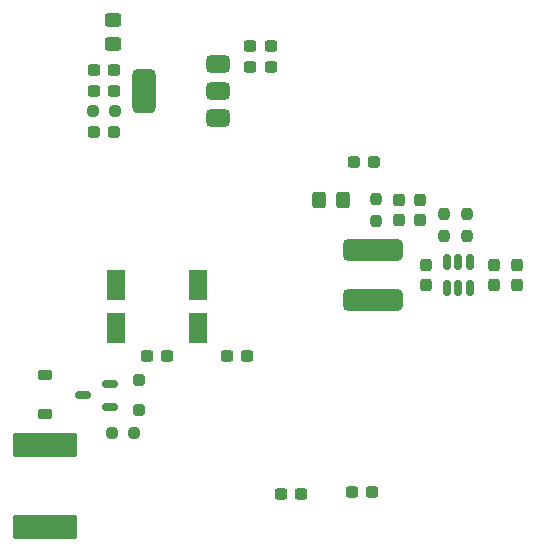
<source format=gtp>
%TF.GenerationSoftware,KiCad,Pcbnew,9.0.7-9.0.7~ubuntu24.04.1*%
%TF.CreationDate,2026-01-13T16:25:48+01:00*%
%TF.ProjectId,power,706f7765-722e-46b6-9963-61645f706362,1.0*%
%TF.SameCoordinates,Original*%
%TF.FileFunction,Paste,Top*%
%TF.FilePolarity,Positive*%
%FSLAX46Y46*%
G04 Gerber Fmt 4.6, Leading zero omitted, Abs format (unit mm)*
G04 Created by KiCad (PCBNEW 9.0.7-9.0.7~ubuntu24.04.1) date 2026-01-13 16:25:48*
%MOMM*%
%LPD*%
G01*
G04 APERTURE LIST*
G04 Aperture macros list*
%AMRoundRect*
0 Rectangle with rounded corners*
0 $1 Rounding radius*
0 $2 $3 $4 $5 $6 $7 $8 $9 X,Y pos of 4 corners*
0 Add a 4 corners polygon primitive as box body*
4,1,4,$2,$3,$4,$5,$6,$7,$8,$9,$2,$3,0*
0 Add four circle primitives for the rounded corners*
1,1,$1+$1,$2,$3*
1,1,$1+$1,$4,$5*
1,1,$1+$1,$6,$7*
1,1,$1+$1,$8,$9*
0 Add four rect primitives between the rounded corners*
20,1,$1+$1,$2,$3,$4,$5,0*
20,1,$1+$1,$4,$5,$6,$7,0*
20,1,$1+$1,$6,$7,$8,$9,0*
20,1,$1+$1,$8,$9,$2,$3,0*%
G04 Aperture macros list end*
%ADD10RoundRect,0.150000X0.150000X-0.512500X0.150000X0.512500X-0.150000X0.512500X-0.150000X-0.512500X0*%
%ADD11RoundRect,0.237500X-0.300000X-0.237500X0.300000X-0.237500X0.300000X0.237500X-0.300000X0.237500X0*%
%ADD12RoundRect,0.250000X0.450000X-0.325000X0.450000X0.325000X-0.450000X0.325000X-0.450000X-0.325000X0*%
%ADD13RoundRect,0.237500X0.237500X-0.300000X0.237500X0.300000X-0.237500X0.300000X-0.237500X-0.300000X0*%
%ADD14RoundRect,0.237500X0.250000X0.237500X-0.250000X0.237500X-0.250000X-0.237500X0.250000X-0.237500X0*%
%ADD15RoundRect,0.150000X0.512500X0.150000X-0.512500X0.150000X-0.512500X-0.150000X0.512500X-0.150000X0*%
%ADD16RoundRect,0.250001X-2.474999X0.799999X-2.474999X-0.799999X2.474999X-0.799999X2.474999X0.799999X0*%
%ADD17RoundRect,0.475000X2.075000X-0.475000X2.075000X0.475000X-2.075000X0.475000X-2.075000X-0.475000X0*%
%ADD18RoundRect,0.250000X0.325000X0.450000X-0.325000X0.450000X-0.325000X-0.450000X0.325000X-0.450000X0*%
%ADD19RoundRect,0.237500X0.300000X0.237500X-0.300000X0.237500X-0.300000X-0.237500X0.300000X-0.237500X0*%
%ADD20RoundRect,0.225000X0.375000X-0.225000X0.375000X0.225000X-0.375000X0.225000X-0.375000X-0.225000X0*%
%ADD21RoundRect,0.237500X-0.237500X0.250000X-0.237500X-0.250000X0.237500X-0.250000X0.237500X0.250000X0*%
%ADD22RoundRect,0.250000X-0.250000X0.250000X-0.250000X-0.250000X0.250000X-0.250000X0.250000X0.250000X0*%
%ADD23RoundRect,0.250000X0.550000X-1.050000X0.550000X1.050000X-0.550000X1.050000X-0.550000X-1.050000X0*%
%ADD24RoundRect,0.237500X0.237500X-0.250000X0.237500X0.250000X-0.237500X0.250000X-0.237500X-0.250000X0*%
%ADD25RoundRect,0.375000X0.625000X0.375000X-0.625000X0.375000X-0.625000X-0.375000X0.625000X-0.375000X0*%
%ADD26RoundRect,0.500000X0.500000X1.400000X-0.500000X1.400000X-0.500000X-1.400000X0.500000X-1.400000X0*%
%ADD27RoundRect,0.237500X0.287500X0.237500X-0.287500X0.237500X-0.287500X-0.237500X0.287500X-0.237500X0*%
%ADD28RoundRect,0.237500X-0.287500X-0.237500X0.287500X-0.237500X0.287500X0.237500X-0.287500X0.237500X0*%
G04 APERTURE END LIST*
D10*
%TO.C,U1*%
X165800000Y-82987500D03*
X166750000Y-82987500D03*
X167700000Y-82987500D03*
X167700000Y-80712500D03*
X166750000Y-80712500D03*
X165800000Y-80712500D03*
%TD*%
D11*
%TO.C,C4*%
X147137500Y-88750000D03*
X148862500Y-88750000D03*
%TD*%
D12*
%TO.C,F3*%
X137500000Y-62275000D03*
X137500000Y-60225000D03*
%TD*%
D13*
%TO.C,C9*%
X161750000Y-77212500D03*
X161750000Y-75487500D03*
%TD*%
D11*
%TO.C,C11*%
X149137500Y-62500000D03*
X150862500Y-62500000D03*
%TD*%
D13*
%TO.C,C5*%
X164000000Y-82712500D03*
X164000000Y-80987500D03*
%TD*%
D14*
%TO.C,R1*%
X139250000Y-95250000D03*
X137425000Y-95250000D03*
%TD*%
D15*
%TO.C,Q1*%
X137250000Y-93000000D03*
X137250000Y-91100000D03*
X134975000Y-92050000D03*
%TD*%
D16*
%TO.C,F1*%
X131750000Y-96275000D03*
X131750000Y-103225000D03*
%TD*%
D17*
%TO.C,L1*%
X159500000Y-83950000D03*
X159500000Y-79750000D03*
%TD*%
D18*
%TO.C,F2*%
X157025000Y-75500000D03*
X154975000Y-75500000D03*
%TD*%
D19*
%TO.C,C14*%
X137612500Y-64500000D03*
X135887500Y-64500000D03*
%TD*%
D11*
%TO.C,C7*%
X140387500Y-88750000D03*
X142112500Y-88750000D03*
%TD*%
D20*
%TO.C,D1*%
X131750000Y-93650000D03*
X131750000Y-90350000D03*
%TD*%
D21*
%TO.C,R2*%
X165500000Y-76687500D03*
X165500000Y-78512500D03*
%TD*%
D22*
%TO.C,D2*%
X139750000Y-90750000D03*
X139750000Y-93250000D03*
%TD*%
D19*
%TO.C,C15*%
X137612500Y-66250000D03*
X135887500Y-66250000D03*
%TD*%
D14*
%TO.C,R5*%
X137662500Y-68000000D03*
X135837500Y-68000000D03*
%TD*%
D23*
%TO.C,C3*%
X144750000Y-86300000D03*
X144750000Y-82700000D03*
%TD*%
D13*
%TO.C,C2*%
X169750000Y-82712500D03*
X169750000Y-80987500D03*
%TD*%
D23*
%TO.C,C6*%
X137750000Y-86300000D03*
X137750000Y-82700000D03*
%TD*%
D13*
%TO.C,C1*%
X171750000Y-82712500D03*
X171750000Y-80987500D03*
%TD*%
%TO.C,C8*%
X163500000Y-77212500D03*
X163500000Y-75487500D03*
%TD*%
D24*
%TO.C,R4*%
X159750000Y-77262500D03*
X159750000Y-75437500D03*
%TD*%
D19*
%TO.C,C12*%
X159462500Y-100250000D03*
X157737500Y-100250000D03*
%TD*%
D25*
%TO.C,U2*%
X146400000Y-68550000D03*
X146400000Y-66250000D03*
D26*
X140100000Y-66250000D03*
D25*
X146400000Y-63950000D03*
%TD*%
D11*
%TO.C,C10*%
X149137500Y-64250000D03*
X150862500Y-64250000D03*
%TD*%
%TO.C,C13*%
X151737500Y-100400000D03*
X153462500Y-100400000D03*
%TD*%
D21*
%TO.C,R3*%
X167500000Y-76687500D03*
X167500000Y-78512500D03*
%TD*%
D27*
%TO.C,D4*%
X137625000Y-69750000D03*
X135875000Y-69750000D03*
%TD*%
D28*
%TO.C,D3*%
X157875000Y-72250000D03*
X159625000Y-72250000D03*
%TD*%
M02*

</source>
